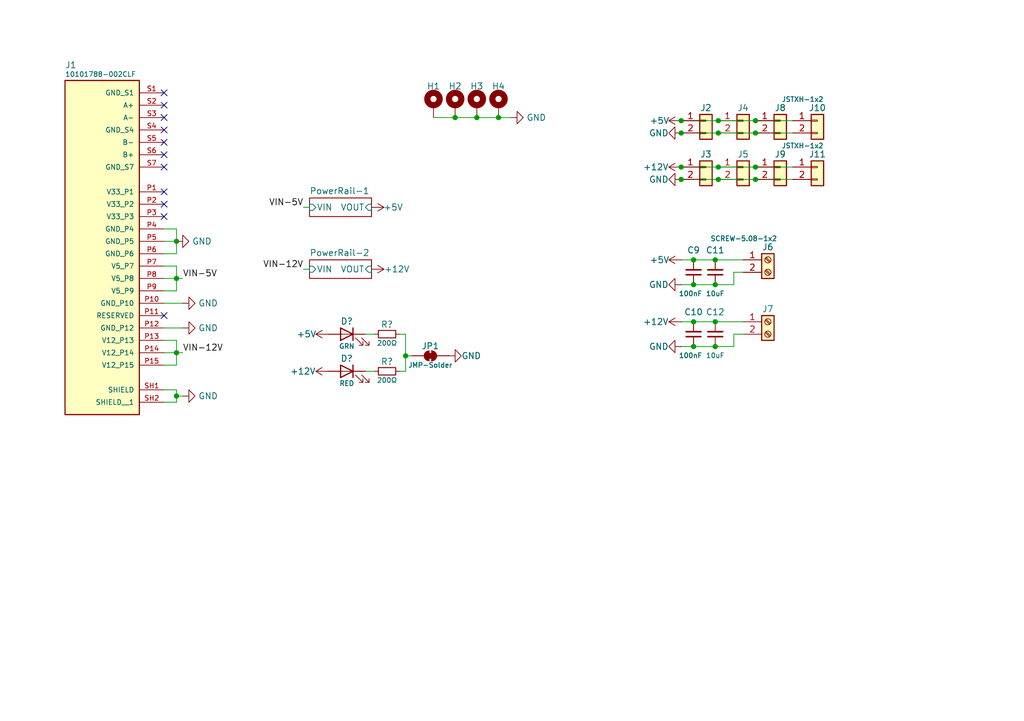
<source format=kicad_sch>
(kicad_sch (version 20250114) (generator "eeschema") (generator_version "9.0")
  (paper "A5")
  (title_block (title "SataXH 5v & 12v breakout board") (date "2025-07-20") (rev "1") (company "Pera @ https://transfur.science/f191") (comment 1 "CERN OHL v2 - S") (comment 3 "https://github.com/comradef191/SataXH"))
  (lib_symbols
    (symbol "Connector:Screw_Terminal_01x02" (pin_names (offset 1.016) (hide yes))
      (property "Reference" "J" (at 0 2.54 0))
      (property "Value" "Screw_Terminal_01x02" (at 0 -5.08 0))
      (symbol "Screw_Terminal_01x02_1_1"
        (rectangle (start -1.27 1.27) (end 1.27 -3.81) (stroke (width 0.254)) (fill (type background)))
        (polyline (pts (xy -0.5334 0.3302) (xy 0.3302 -0.508)) (stroke (width 0.1524)))
        (polyline (pts (xy -0.5334 -2.2098) (xy 0.3302 -3.048)) (stroke (width 0.1524)))
        (polyline (pts (xy -0.3556 0.508) (xy 0.508 -0.3302)) (stroke (width 0.1524)))
        (polyline (pts (xy -0.3556 -2.032) (xy 0.508 -2.8702)) (stroke (width 0.1524)))
        (circle (center 0 0) (radius 0.635) (stroke (width 0.1524)))
        (circle (center 0 -2.54) (radius 0.635) (stroke (width 0.1524)))
        (pin passive line (at -5.08 0 0) (length 3.81) (name "Pin_1") (number "1"))
        (pin passive line (at -5.08 -2.54 0) (length 3.81) (name "Pin_2") (number "2"))
      )
    )
    (symbol "Connector_Generic:Conn_01x02" (pin_names (offset 1.016) (hide yes))
      (property "Reference" "J" (at 0 2.54 0))
      (property "Value" "Conn_01x02" (at 0 -5.08 0))
      (symbol "Conn_01x02_1_1"
        (rectangle (start -1.27 1.27) (end 1.27 -3.81) (stroke (width 0.254)) (fill (type background)))
        (rectangle (start -1.27 0.127) (end 0 -0.127) (stroke (width 0.1524)))
        (rectangle (start -1.27 -2.413) (end 0 -2.667) (stroke (width 0.1524)))
        (pin passive line (at -5.08 0 0) (length 3.81) (name "Pin_1") (number "1"))
        (pin passive line (at -5.08 -2.54 0) (length 3.81) (name "Pin_2") (number "2"))
      )
    )
    (symbol "CustomSymbols:10101788-002CLF" (pin_names (offset 1.016))
      (property "Reference" "J" (at -7.62 33.782 0))
      (property "Value" "10101788-002CLF" (at -7.62 -38.1 0))
      (symbol "10101788-002CLF_0_0"
        (rectangle (start -7.62 -35.56) (end 7.62 33.02) (stroke (width 0.254)) (fill (type background)))
        (pin power_in line (at -12.7 30.48 0) (length 5.08) (name "GND_S1") (number "S1"))
        (pin bidirectional line (at -12.7 27.94 0) (length 5.08) (name "A+") (number "S2"))
        (pin bidirectional line (at -12.7 25.4 0) (length 5.08) (name "A-") (number "S3"))
        (pin power_in line (at -12.7 22.86 0) (length 5.08) (name "GND_S4") (number "S4"))
        (pin bidirectional line (at -12.7 20.32 0) (length 5.08) (name "B-") (number "S5"))
        (pin bidirectional line (at -12.7 17.78 0) (length 5.08) (name "B+") (number "S6"))
        (pin power_in line (at -12.7 15.24 0) (length 5.08) (name "GND_S7") (number "S7"))
        (pin power_in line (at -12.7 10.16 0) (length 5.08) (name "V33_P1") (number "P1"))
        (pin power_in line (at -12.7 7.62 0) (length 5.08) (name "V33_P2") (number "P2"))
        (pin power_in line (at -12.7 5.08 0) (length 5.08) (name "V33_P3") (number "P3"))
        (pin power_in line (at -12.7 2.54 0) (length 5.08) (name "GND_P4") (number "P4"))
        (pin power_in line (at -12.7 0 0) (length 5.08) (name "GND_P5") (number "P5"))
        (pin power_in line (at -12.7 -2.54 0) (length 5.08) (name "GND_P6") (number "P6"))
        (pin power_in line (at -12.7 -5.08 0) (length 5.08) (name "V5_P7") (number "P7"))
        (pin power_in line (at -12.7 -7.62 0) (length 5.08) (name "V5_P8") (number "P8"))
        (pin power_in line (at -12.7 -10.16 0) (length 5.08) (name "V5_P9") (number "P9"))
        (pin power_in line (at -12.7 -12.7 0) (length 5.08) (name "GND_P10") (number "P10"))
        (pin passive line (at -12.7 -15.24 0) (length 5.08) (name "RESERVED") (number "P11"))
        (pin power_in line (at -12.7 -17.78 0) (length 5.08) (name "GND_P12") (number "P12"))
        (pin power_in line (at -12.7 -20.32 0) (length 5.08) (name "V12_P13") (number "P13"))
        (pin power_in line (at -12.7 -22.86 0) (length 5.08) (name "V12_P14") (number "P14"))
        (pin power_in line (at -12.7 -25.4 0) (length 5.08) (name "V12_P15") (number "P15"))
        (pin passive line (at -12.7 -30.48 0) (length 5.08) (name "SHIELD") (number "SH1"))
        (pin passive line (at -12.7 -33.02 0) (length 5.08) (name "SHIELD__1") (number "SH2"))
      )
    )
    (symbol "Device:C_Small" (pin_numbers (hide yes)) (pin_names (offset 0.254) (hide yes))
      (property "Reference" "C" (at 0.254 1.778 0))
      (property "Value" "C_Small" (at 0.254 -2.032 0))
      (symbol "C_Small_0_1"
        (polyline (pts (xy -1.524 0.508) (xy 1.524 0.508)) (stroke (width 0.3048)))
        (polyline (pts (xy -1.524 -0.508) (xy 1.524 -0.508)) (stroke (width 0.3302)))
      )
      (symbol "C_Small_1_1"
        (pin passive line (at 0 2.54 270) (length 2.032) (name "~") (number "1"))
        (pin passive line (at 0 -2.54 90) (length 2.032) (name "~") (number "2"))
      )
    )
    (symbol "Device:LED" (pin_numbers (hide yes)) (pin_names (offset 1.016) (hide yes))
      (property "Reference" "D" (at 0 2.54 0))
      (property "Value" "LED" (at 0 -2.54 0))
      (symbol "LED_0_1"
        (polyline (pts (xy -3.048 -0.762) (xy -4.572 -2.286) (xy -3.81 -2.286) (xy -4.572 -2.286) (xy -4.572 -1.524)))
        (polyline (pts (xy -1.778 -0.762) (xy -3.302 -2.286) (xy -2.54 -2.286) (xy -3.302 -2.286) (xy -3.302 -1.524)))
        (polyline (pts (xy -1.27 0) (xy 1.27 0)))
        (polyline (pts (xy -1.27 -1.27) (xy -1.27 1.27)) (stroke (width 0.254)))
        (polyline (pts (xy 1.27 -1.27) (xy 1.27 1.27) (xy -1.27 0) (xy 1.27 -1.27)) (stroke (width 0.254)))
      )
      (symbol "LED_1_1"
        (pin passive line (at -3.81 0 0) (length 2.54) (name "K") (number "1"))
        (pin passive line (at 3.81 0 180) (length 2.54) (name "A") (number "2"))
      )
    )
    (symbol "Device:R_Small" (pin_numbers (hide yes)) (pin_names (offset 0.254) (hide yes))
      (property "Reference" "R" (at 0.762 0.508 0))
      (property "Value" "R_Small" (at 0.762 -1.016 0))
      (symbol "R_Small_0_1"
        (rectangle (start -0.762 1.778) (end 0.762 -1.778) (stroke (width 0.2032)))
      )
      (symbol "R_Small_1_1"
        (pin passive line (at 0 2.54 270) (length 0.762) (name "~") (number "1"))
        (pin passive line (at 0 -2.54 90) (length 0.762) (name "~") (number "2"))
      )
    )
    (symbol "Jumper:SolderJumper_2_Bridged" (pin_numbers (hide yes)) (pin_names (offset 0) (hide yes)) (in_bom no)
      (property "Reference" "JP" (at 0 2.032 0))
      (property "Value" "SolderJumper_2_Bridged" (at 0 -2.54 0))
      (symbol "SolderJumper_2_Bridged_0_1"
        (rectangle (start -0.508 0.508) (end 0.508 -0.508) (fill (type outline)))
        (polyline (pts (xy -0.254 1.016) (xy -0.254 -1.016)))
        (arc (start -0.254 -1.016) (mid -1.2656 0) (end -0.254 1.016))
        (arc (start -0.254 -1.016) (mid -1.2656 0) (end -0.254 1.016) (fill (type outline)))
        (arc (start 0.254 1.016) (mid 1.2656 0) (end 0.254 -1.016))
        (arc (start 0.254 1.016) (mid 1.2656 0) (end 0.254 -1.016) (fill (type outline)))
        (polyline (pts (xy 0.254 1.016) (xy 0.254 -1.016)))
      )
      (symbol "SolderJumper_2_Bridged_1_1"
        (pin passive line (at -3.81 0 0) (length 2.54) (name "A") (number "1"))
        (pin passive line (at 3.81 0 180) (length 2.54) (name "B") (number "2"))
      )
    )
    (symbol "Mechanical:MountingHole_Pad" (pin_numbers (hide yes)) (pin_names (offset 1.016) (hide yes)) (in_bom no)
      (property "Reference" "H" (at 0 6.35 0))
      (property "Value" "MountingHole_Pad" (at 0 4.445 0))
      (symbol "MountingHole_Pad_0_1"
        (circle (center 0 1.27) (radius 1.27) (stroke (width 1.27)))
      )
      (symbol "MountingHole_Pad_1_1"
        (pin input line (at 0 -2.54 90) (length 2.54) (name "1") (number "1"))
      )
    )
    (symbol "power:+12V" (power) (pin_numbers (hide yes)) (pin_names (offset 0) (hide yes))
      (property "Value" "+12V" (at 0 3.556 0))
      (symbol "+12V_0_1"
        (polyline (pts (xy -0.762 1.27) (xy 0 2.54)))
        (polyline (pts (xy 0 2.54) (xy 0.762 1.27)))
        (polyline (pts (xy 0 0) (xy 0 2.54)))
      )
      (symbol "+12V_1_1"
        (pin power_in line (at 0 0 90) (length 0) (name "~") (number "1"))
      )
    )
    (symbol "power:+5V" (power) (pin_numbers (hide yes)) (pin_names (offset 0) (hide yes))
      (property "Value" "+5V" (at 0 3.556 0))
      (symbol "+5V_0_1"
        (polyline (pts (xy -0.762 1.27) (xy 0 2.54)))
        (polyline (pts (xy 0 2.54) (xy 0.762 1.27)))
        (polyline (pts (xy 0 0) (xy 0 2.54)))
      )
      (symbol "+5V_1_1"
        (pin power_in line (at 0 0 90) (length 0) (name "~") (number "1"))
      )
    )
    (symbol "power:GND" (power) (pin_numbers (hide yes)) (pin_names (offset 0) (hide yes))
      (property "Value" "GND" (at 0 -3.81 0))
      (symbol "GND_0_1"
        (polyline (pts (xy 0 0) (xy 0 -1.27) (xy 1.27 -1.27) (xy 0 -2.54) (xy -1.27 -1.27) (xy 0 -1.27)))
      )
      (symbol "GND_1_1"
        (pin power_in line (at 0 0 270) (length 0) (name "~") (number "1"))
      )
    )
  )
  (junction (at 147.32 36.83))
  (junction (at 147.32 34.29))
  (junction (at 139.7 27.305))
  (junction (at 146.685 58.42))
  (junction (at 36.195 81.28))
  (junction (at 154.94 27.305))
  (junction (at 142.24 66.04))
  (junction (at 146.685 53.34))
  (junction (at 36.195 57.15))
  (junction (at 36.195 72.39))
  (junction (at 142.24 58.42))
  (junction (at 154.94 34.29))
  (junction (at 97.79 24.13))
  (junction (at 36.195 49.53))
  (junction (at 139.7 24.765))
  (junction (at 142.24 53.34))
  (junction (at 147.32 27.305))
  (junction (at 102.235 24.13))
  (junction (at 93.345 24.13))
  (junction (at 147.32 24.765))
  (junction (at 146.685 71.12))
  (junction (at 154.94 24.765))
  (junction (at 154.94 36.83))
  (junction (at 83.185 73.025))
  (junction (at 139.7 36.83))
  (junction (at 142.24 71.12))
  (junction (at 139.7 34.29))
  (junction (at 146.685 66.04))
  (no_connect (at 33.655 26.67))
  (no_connect (at 33.655 29.21))
  (no_connect (at 33.655 41.91))
  (no_connect (at 33.655 24.13))
  (no_connect (at 33.655 21.59))
  (no_connect (at 33.655 19.05))
  (no_connect (at 33.655 64.77))
  (no_connect (at 33.655 44.45))
  (no_connect (at 33.655 39.37))
  (no_connect (at 33.655 31.75))
  (no_connect (at 33.655 34.29))
  (wire (pts (xy 142.24 71.12) (xy 146.685 71.12)))
  (wire (pts (xy 83.185 68.58) (xy 81.915 68.58)))
  (wire (pts (xy 36.195 80.01) (xy 33.655 80.01)))
  (wire (pts (xy 150.495 55.88) (xy 152.4 55.88)))
  (wire (pts (xy 33.655 82.55) (xy 36.195 82.55)))
  (wire (pts (xy 37.465 57.15) (xy 36.195 57.15)))
  (wire (pts (xy 154.94 34.29) (xy 162.56 34.29)))
  (wire (pts (xy 62.23 55.245) (xy 63.5 55.245)))
  (wire (pts (xy 36.195 82.55) (xy 36.195 81.28)))
  (wire (pts (xy 81.915 76.2) (xy 83.185 76.2)))
  (wire (pts (xy 36.195 72.39) (xy 36.195 74.93)))
  (wire (pts (xy 33.655 54.61) (xy 36.195 54.61)))
  (wire (pts (xy 139.7 27.305) (xy 147.32 27.305)))
  (wire (pts (xy 36.195 49.53) (xy 36.195 46.99)))
  (wire (pts (xy 147.32 34.29) (xy 154.94 34.29)))
  (wire (pts (xy 36.195 81.28) (xy 36.195 80.01)))
  (wire (pts (xy 147.32 36.83) (xy 154.94 36.83)))
  (wire (pts (xy 36.195 52.07) (xy 33.655 52.07)))
  (wire (pts (xy 146.685 71.12) (xy 150.495 71.12)))
  (wire (pts (xy 33.655 49.53) (xy 36.195 49.53)))
  (wire (pts (xy 146.685 53.34) (xy 142.24 53.34)))
  (wire (pts (xy 150.495 71.12) (xy 150.495 68.58)))
  (wire (pts (xy 154.94 36.83) (xy 162.56 36.83)))
  (wire (pts (xy 36.195 49.53) (xy 36.195 52.07)))
  (wire (pts (xy 139.7 66.04) (xy 142.24 66.04)))
  (wire (pts (xy 146.685 66.04) (xy 152.4 66.04)))
  (wire (pts (xy 154.94 24.765) (xy 162.56 24.765)))
  (wire (pts (xy 36.195 57.15) (xy 36.195 59.69)))
  (wire (pts (xy 33.655 67.31) (xy 37.465 67.31)))
  (wire (pts (xy 62.23 42.545) (xy 63.5 42.545)))
  (wire (pts (xy 142.24 58.42) (xy 146.685 58.42)))
  (wire (pts (xy 37.465 81.28) (xy 36.195 81.28)))
  (wire (pts (xy 83.185 76.2) (xy 83.185 73.025)))
  (wire (pts (xy 33.655 62.23) (xy 37.465 62.23)))
  (wire (pts (xy 93.345 24.13) (xy 97.79 24.13)))
  (wire (pts (xy 36.195 74.93) (xy 33.655 74.93)))
  (wire (pts (xy 36.195 69.85) (xy 36.195 72.39)))
  (wire (pts (xy 102.235 24.13) (xy 104.775 24.13)))
  (wire (pts (xy 36.195 54.61) (xy 36.195 57.15)))
  (wire (pts (xy 88.9 24.13) (xy 93.345 24.13)))
  (wire (pts (xy 150.495 68.58) (xy 152.4 68.58)))
  (wire (pts (xy 33.655 69.85) (xy 36.195 69.85)))
  (wire (pts (xy 36.195 59.69) (xy 33.655 59.69)))
  (wire (pts (xy 150.495 58.42) (xy 150.495 55.88)))
  (wire (pts (xy 154.94 27.305) (xy 162.56 27.305)))
  (wire (pts (xy 83.185 73.025) (xy 84.455 73.025)))
  (wire (pts (xy 147.32 27.305) (xy 154.94 27.305)))
  (wire (pts (xy 33.655 72.39) (xy 36.195 72.39)))
  (wire (pts (xy 139.7 58.42) (xy 142.24 58.42)))
  (wire (pts (xy 147.32 24.765) (xy 154.94 24.765)))
  (wire (pts (xy 146.685 58.42) (xy 150.495 58.42)))
  (wire (pts (xy 139.7 53.34) (xy 142.24 53.34)))
  (wire (pts (xy 146.685 66.04) (xy 142.24 66.04)))
  (wire (pts (xy 74.93 68.58) (xy 76.835 68.58)))
  (wire (pts (xy 97.79 24.13) (xy 102.235 24.13)))
  (wire (pts (xy 139.7 34.29) (xy 147.32 34.29)))
  (wire (pts (xy 74.93 76.2) (xy 76.835 76.2)))
  (wire (pts (xy 33.655 57.15) (xy 36.195 57.15)))
  (wire (pts (xy 36.195 46.99) (xy 33.655 46.99)))
  (wire (pts (xy 139.7 24.765) (xy 147.32 24.765)))
  (wire (pts (xy 139.7 71.12) (xy 142.24 71.12)))
  (wire (pts (xy 37.465 72.39) (xy 36.195 72.39)))
  (wire (pts (xy 146.685 53.34) (xy 152.4 53.34)))
  (wire (pts (xy 83.185 73.025) (xy 83.185 68.58)))
  (wire (pts (xy 139.7 36.83) (xy 147.32 36.83)))
  (label "VIN-5V" (at 62.23 42.545 180))
  (label "VIN-5V" (at 37.465 57.15 0))
  (label "VIN-12V" (at 62.23 55.245 180))
  (label "VIN-12V" (at 37.465 72.39 0))
  (symbol (lib_id "power:+5V") (at 139.7 53.34 90) (mirror x) (unit 1)
    (property "Reference" "#PWR06" (effects (hide yes)))
    (property "Value" "+5V" (at 135.255 53.34 90))
  )
  (symbol (lib_id "Jumper:SolderJumper_2_Bridged") (at 88.265 73.025 0) (unit 1) (in_bom no)
    (property "Reference" "JP1" (at 88.265 71.755 0) (effects (justify bottom)))
    (property "Value" "JMP-Solder" (at 88.265 74.93 0) (effects (font (size 1 1))))
    (property "Footprint" "Jumper:SolderJumper-2_P1.3mm_Bridged_Pad1.0x1.5mm" (effects (hide yes)))
    (property "Description" "Solder Jumper, 2-pole, closed/bridged" (effects (hide yes)))
  )
  (symbol (lib_id "power:GND") (at 139.7 71.12 270) (unit 1)
    (property "Reference" "#PWR07" (effects (hide yes)))
    (property "Value" "GND" (at 137.16 71.12 90) (effects (justify right)))
    (property "Description" "Power symbol creates a global label with name \"GND\" , ground" (effects (hide yes)))
  )
  (symbol (lib_id "power:GND") (at 139.7 27.305 270) (unit 1)
    (property "Reference" "#PWR04" (effects (hide yes)))
    (property "Value" "GND" (at 137.16 27.305 90) (effects (justify right)))
    (property "Description" "Power symbol creates a global label with name \"GND\" , ground" (effects (hide yes)))
  )
  (symbol (lib_id "Mechanical:MountingHole_Pad") (at 88.9 21.59 0) (unit 1) (in_bom no)
    (property "Reference" "H1" (at 88.9 18.415 0) (effects (justify bottom)))
    (property "Value" "MountingHole_Pad" (effects (hide yes)))
    (property "Footprint" "CustomFootprints:M3 Mounting Hole ~ Classic - Pad" (effects (hide yes)))
    (property "Description" "Mounting Hole with connection" (effects (hide yes)))
  )
  (symbol (lib_id "Connector_Generic:Conn_01x02") (at 167.64 24.765 0) (unit 1)
    (property "Reference" "J10" (at 167.64 22.86 0) (effects (justify bottom)))
    (property "Value" "JSTXH-1x2" (at 168.91 20.955 0) (effects (font (size 1 1)) (justify right bottom)))
    (property "Footprint" "Connector_JST:JST_XH_B2B-XH-A_1x02_P2.50mm_Vertical" (effects (hide yes)))
    (property "Description" "Generic connector, single row, 01x02, script generated (kicad-library-utils/schlib/autogen/connector/)" (effects (hide yes)))
    (property "LCSC" "C5160911" (effects (hide yes)))
  )
  (symbol (lib_id "Device:C_Small") (at 142.24 55.88 180) (unit 1)
    (property "Reference" "C9" (at 142.24 52.07 0) (effects (justify top)))
    (property "Value" "100nF" (at 141.605 59.69 0) (effects (font (size 1 1)) (justify bottom)))
    (property "Footprint" "Capacitor_SMD:C_0402_1005Metric" (effects (hide yes)))
    (property "Description" "Unpolarized capacitor, small symbol" (effects (hide yes)))
    (property "LCSC" "C1525" (effects (hide yes)))
    (property "Type" "Basic" (effects (hide yes)))
  )
  (symbol (lib_id "Connector_Generic:Conn_01x02") (at 160.02 24.765 0) (unit 1)
    (property "Reference" "J8" (at 160.02 22.86 0) (effects (justify bottom)))
    (property "Value" "JSTXH-1x2" (effects (hide yes)))
    (property "Footprint" "Connector_JST:JST_XH_B2B-XH-A_1x02_P2.50mm_Vertical" (effects (hide yes)))
    (property "Description" "Generic connector, single row, 01x02, script generated (kicad-library-utils/schlib/autogen/connector/)" (effects (hide yes)))
    (property "LCSC" "C5160911" (effects (hide yes)))
  )
  (symbol (lib_id "power:GND") (at 139.7 58.42 270) (unit 1)
    (property "Reference" "#PWR09" (effects (hide yes)))
    (property "Value" "GND" (at 137.16 58.42 90) (effects (justify right)))
    (property "Description" "Power symbol creates a global label with name \"GND\" , ground" (effects (hide yes)))
  )
  (symbol (lib_id "Connector:Screw_Terminal_01x02") (at 157.48 53.34 0) (unit 1)
    (property "Reference" "J6" (at 157.48 51.435 0) (effects (justify bottom)))
    (property "Value" "SCREW-5.08-1x2" (at 159.385 49.53 0) (effects (font (size 1 1)) (justify right bottom)))
    (property "Footprint" "TerminalBlock_Phoenix:TerminalBlock_Phoenix_MKDS-1,5-2-5.08_1x02_P5.08mm_Horizontal" (effects (hide yes)))
    (property "Description" "Generic screw terminal, single row, 01x02, script generated (kicad-library-utils/schlib/autogen/connector/)" (effects (hide yes)))
    (property "LCSC" "C5188485" (effects (hide yes)))
  )
  (symbol (lib_id "CustomSymbols:10101788-002CLF") (at 20.955 49.53 0) (mirror y) (unit 1)
    (property "Reference" "J1" (at 13.335 13.335 0) (effects (justify right)))
    (property "Value" "10101788-002CLF" (at 13.335 15.24 0) (effects (font (size 1 1)) (justify right)))
    (property "Footprint" "CustomFootprints:AMPHENOL_10101788-002CLF" (effects (hide yes)))
    (property "LCSC" "C254657" (effects (hide yes)))
    (property "Digikey" "609-5314-1-ND" (effects (hide yes)))
  )
  (symbol (lib_id "Connector_Generic:Conn_01x02") (at 167.64 34.29 0) (unit 1)
    (property "Reference" "J11" (at 167.64 32.385 0) (effects (justify bottom)))
    (property "Value" "JSTXH-1x2" (at 168.91 30.48 0) (effects (font (size 1 1)) (justify right bottom)))
    (property "Footprint" "Connector_JST:JST_XH_B2B-XH-A_1x02_P2.50mm_Vertical" (effects (hide yes)))
    (property "Description" "Generic connector, single row, 01x02, script generated (kicad-library-utils/schlib/autogen/connector/)" (effects (hide yes)))
    (property "LCSC" "C5160911" (effects (hide yes)))
  )
  (symbol (lib_id "power:+12V") (at 67.31 76.2 90) (unit 1)
    (property "Reference" "#PWR014" (effects (hide yes)))
    (property "Value" "+12V" (at 64.77 76.2 90) (effects (justify left)))
    (property "Description" "Power symbol creates a global label with name \"+12V\"" (effects (hide yes)))
  )
  (symbol (lib_id "Device:R_Small") (at 79.375 76.2 270) (mirror x) (unit 1)
    (property "Reference" "R?" (at 79.375 74.93 90) (effects (justify top)))
    (property "Value" "200Ω" (at 79.375 77.47 90) (effects (font (size 1 1)) (justify bottom)))
    (property "Footprint" "PCM_Resistor_SMD_AKL:R_0402_1005Metric" (effects (hide yes)))
    (property "Description" "Resistor, small symbol" (effects (hide yes)))
    (property "LCSC" "C25087" (effects (hide yes)))
  )
  (symbol (lib_id "Device:LED") (at 71.12 68.58 0) (mirror y) (unit 1)
    (property "Reference" "D?" (at 71.12 66.675 0) (effects (justify bottom)))
    (property "Value" "GRN" (at 71.12 70.485 0) (effects (font (size 1 1)) (justify top)))
    (property "Footprint" "LED_SMD:LED_0805_2012Metric" (effects (hide yes)))
    (property "Description" "Light emitting diode" (effects (hide yes)))
    (property "LCSC" "C2297" (effects (hide yes)))
  )
  (symbol (lib_id "Connector_Generic:Conn_01x02") (at 144.78 34.29 0) (unit 1)
    (property "Reference" "J3" (at 144.78 32.385 0) (effects (justify bottom)))
    (property "Value" "JSTXH-1x2" (effects (hide yes)))
    (property "Footprint" "Connector_JST:JST_XH_B2B-XH-A_1x02_P2.50mm_Vertical" (effects (hide yes)))
    (property "Description" "Generic connector, single row, 01x02, script generated (kicad-library-utils/schlib/autogen/connector/)" (effects (hide yes)))
    (property "LCSC" "C5160911" (effects (hide yes)))
  )
  (symbol (lib_id "Mechanical:MountingHole_Pad") (at 102.235 21.59 0) (unit 1) (in_bom no)
    (property "Reference" "H4" (at 102.235 18.415 0) (effects (justify bottom)))
    (property "Value" "MountingHole_Pad" (effects (hide yes)))
    (property "Footprint" "CustomFootprints:M3 Mounting Hole ~ Classic - Pad" (effects (hide yes)))
    (property "Description" "Mounting Hole with connection" (effects (hide yes)))
  )
  (symbol (lib_id "power:GND") (at 92.075 73.025 90) (mirror x) (unit 1)
    (property "Reference" "#PWR012" (effects (hide yes)))
    (property "Value" "GND" (at 94.615 73.025 90) (effects (justify right)))
  )
  (symbol (lib_id "power:GND") (at 139.7 36.83 270) (unit 1)
    (property "Reference" "#PWR05" (effects (hide yes)))
    (property "Value" "GND" (at 137.16 36.83 90) (effects (justify right)))
    (property "Description" "Power symbol creates a global label with name \"GND\" , ground" (effects (hide yes)))
  )
  (symbol (lib_id "Connector_Generic:Conn_01x02") (at 152.4 24.765 0) (unit 1)
    (property "Reference" "J4" (at 152.4 22.86 0) (effects (justify bottom)))
    (property "Value" "JSTXH-1x2" (effects (hide yes)))
    (property "Footprint" "Connector_JST:JST_XH_B2B-XH-A_1x02_P2.50mm_Vertical" (effects (hide yes)))
    (property "Description" "Generic connector, single row, 01x02, script generated (kicad-library-utils/schlib/autogen/connector/)" (effects (hide yes)))
    (property "LCSC" "C5160911" (effects (hide yes)))
  )
  (symbol (lib_id "power:+12V") (at 76.2 55.245 270) (unit 1)
    (property "Reference" "#PWR0104" (effects (hide yes)))
    (property "Value" "+12V" (at 78.74 55.245 90) (effects (justify left)))
    (property "Description" "Power symbol creates a global label with name \"+12V\"" (effects (hide yes)))
  )
  (symbol (lib_id "Connector_Generic:Conn_01x02") (at 152.4 34.29 0) (unit 1)
    (property "Reference" "J5" (at 152.4 32.385 0) (effects (justify bottom)))
    (property "Value" "JSTXH-1x2" (effects (hide yes)))
    (property "Footprint" "Connector_JST:JST_XH_B2B-XH-A_1x02_P2.50mm_Vertical" (effects (hide yes)))
    (property "Description" "Generic connector, single row, 01x02, script generated (kicad-library-utils/schlib/autogen/connector/)" (effects (hide yes)))
    (property "LCSC" "C5160911" (effects (hide yes)))
  )
  (symbol (lib_id "power:GND") (at 104.775 24.13 90) (unit 1)
    (property "Reference" "#PWR01" (effects (hide yes)))
    (property "Value" "GND" (at 107.95 24.13 90) (effects (justify right)))
    (property "Description" "Power symbol creates a global label with name \"GND\" , ground" (effects (hide yes)))
  )
  (symbol (lib_id "power:GND") (at 36.195 49.53 90) (unit 1)
    (property "Reference" "#PWR0102" (effects (hide yes)))
    (property "Value" "GND" (at 39.37 49.53 90) (effects (justify right)))
    (property "Description" "Power symbol creates a global label with name \"GND\" , ground" (effects (hide yes)))
  )
  (symbol (lib_id "power:GND") (at 37.465 81.28 90) (unit 1)
    (property "Reference" "#PWR011" (effects (hide yes)))
    (property "Value" "GND" (at 40.64 81.28 90) (effects (justify right)))
    (property "Description" "Power symbol creates a global label with name \"GND\" , ground" (effects (hide yes)))
  )
  (symbol (lib_id "Connector:Screw_Terminal_01x02") (at 157.48 66.04 0) (unit 1)
    (property "Reference" "J7" (at 157.48 64.135 0) (effects (justify bottom)))
    (property "Value" "SCREW-5.08-1x2" (effects (hide yes)))
    (property "Footprint" "TerminalBlock_Phoenix:TerminalBlock_Phoenix_MKDS-1,5-2-5.08_1x02_P5.08mm_Horizontal" (effects (hide yes)))
    (property "Description" "Generic screw terminal, single row, 01x02, script generated (kicad-library-utils/schlib/autogen/connector/)" (effects (hide yes)))
    (property "LCSC" "C5188485" (effects (hide yes)))
  )
  (symbol (lib_id "Connector_Generic:Conn_01x02") (at 160.02 34.29 0) (unit 1)
    (property "Reference" "J9" (at 160.02 32.385 0) (effects (justify bottom)))
    (property "Value" "JSTXH-1x2" (effects (hide yes)))
    (property "Footprint" "Connector_JST:JST_XH_B2B-XH-A_1x02_P2.50mm_Vertical" (effects (hide yes)))
    (property "Description" "Generic connector, single row, 01x02, script generated (kicad-library-utils/schlib/autogen/connector/)" (effects (hide yes)))
    (property "LCSC" "C5160911" (effects (hide yes)))
  )
  (symbol (lib_id "Mechanical:MountingHole_Pad") (at 93.345 21.59 0) (unit 1) (in_bom no)
    (property "Reference" "H2" (at 93.345 18.415 0) (effects (justify bottom)))
    (property "Value" "MountingHole_Pad" (effects (hide yes)))
    (property "Footprint" "CustomFootprints:M3 Mounting Hole ~ Classic - Pad" (effects (hide yes)))
    (property "Description" "Mounting Hole with connection" (effects (hide yes)))
  )
  (symbol (lib_id "power:+12V") (at 139.7 34.29 90) (unit 1)
    (property "Reference" "#PWR03" (effects (hide yes)))
    (property "Value" "+12V" (at 137.16 34.29 90) (effects (justify left)))
    (property "Description" "Power symbol creates a global label with name \"+12V\"" (effects (hide yes)))
  )
  (symbol (lib_id "Connector_Generic:Conn_01x02") (at 144.78 24.765 0) (unit 1)
    (property "Reference" "J2" (at 144.78 22.86 0) (effects (justify bottom)))
    (property "Value" "JSTXH-1x2" (effects (hide yes)))
    (property "Footprint" "Connector_JST:JST_XH_B2B-XH-A_1x02_P2.50mm_Vertical" (effects (hide yes)))
    (property "Description" "Generic connector, single row, 01x02, script generated (kicad-library-utils/schlib/autogen/connector/)" (effects (hide yes)))
    (property "LCSC" "C5160911" (effects (hide yes)))
  )
  (symbol (lib_id "Mechanical:MountingHole_Pad") (at 97.79 21.59 0) (unit 1) (in_bom no)
    (property "Reference" "H3" (at 97.79 18.415 0) (effects (justify bottom)))
    (property "Value" "MountingHole_Pad" (effects (hide yes)))
    (property "Footprint" "CustomFootprints:M3 Mounting Hole ~ Classic - Pad" (effects (hide yes)))
    (property "Description" "Mounting Hole with connection" (effects (hide yes)))
  )
  (symbol (lib_id "power:+5V") (at 76.2 42.545 270) (mirror x) (unit 1)
    (property "Reference" "#PWR0105" (effects (hide yes)))
    (property "Value" "+5V" (at 80.645 42.545 90))
  )
  (symbol (lib_id "power:+12V") (at 139.7 66.04 90) (unit 1)
    (property "Reference" "#PWR08" (effects (hide yes)))
    (property "Value" "+12V" (at 137.16 66.04 90) (effects (justify left)))
    (property "Description" "Power symbol creates a global label with name \"+12V\"" (effects (hide yes)))
  )
  (symbol (lib_id "Device:C_Small") (at 146.685 68.58 180) (unit 1)
    (property "Reference" "C12" (at 146.685 64.77 0) (effects (justify top)))
    (property "Value" "10uF" (at 146.685 72.39 0) (effects (font (size 1 1)) (justify bottom)))
    (property "Footprint" "Capacitor_SMD:C_0402_1005Metric" (effects (hide yes)))
    (property "Description" "Unpolarized capacitor, small symbol" (effects (hide yes)))
    (property "LCSC" "C15525" (effects (hide yes)))
    (property "Type" "Basic" (effects (hide yes)))
  )
  (symbol (lib_id "power:GND") (at 37.465 62.23 90) (unit 1)
    (property "Reference" "#PWR0101" (effects (hide yes)))
    (property "Value" "GND" (at 40.64 62.23 90) (effects (justify right)))
    (property "Description" "Power symbol creates a global label with name \"GND\" , ground" (effects (hide yes)))
  )
  (symbol (lib_id "power:GND") (at 37.465 67.31 90) (unit 1)
    (property "Reference" "#PWR010" (effects (hide yes)))
    (property "Value" "GND" (at 40.64 67.31 90) (effects (justify right)))
    (property "Description" "Power symbol creates a global label with name \"GND\" , ground" (effects (hide yes)))
  )
  (symbol (lib_id "power:+5V") (at 139.7 24.765 90) (mirror x) (unit 1)
    (property "Reference" "#PWR02" (effects (hide yes)))
    (property "Value" "+5V" (at 135.255 24.765 90))
  )
  (symbol (lib_id "Device:LED") (at 71.12 76.2 0) (mirror y) (unit 1)
    (property "Reference" "D?" (at 71.12 74.295 0) (effects (justify bottom)))
    (property "Value" "RED" (at 71.12 78.105 0) (effects (font (size 1 1)) (justify top)))
    (property "Footprint" "LED_SMD:LED_0805_2012Metric" (effects (hide yes)))
    (property "Description" "Light emitting diode" (effects (hide yes)))
    (property "LCSC" "C84256" (effects (hide yes)))
  )
  (symbol (lib_id "Device:R_Small") (at 79.375 68.58 270) (mirror x) (unit 1)
    (property "Reference" "R?" (at 79.375 67.31 90) (effects (justify top)))
    (property "Value" "200Ω" (at 79.375 69.85 90) (effects (font (size 1 1)) (justify bottom)))
    (property "Footprint" "PCM_Resistor_SMD_AKL:R_0402_1005Metric" (effects (hide yes)))
    (property "Description" "Resistor, small symbol" (effects (hide yes)))
    (property "LCSC" "C25087" (effects (hide yes)))
  )
  (symbol (lib_id "Device:C_Small") (at 146.685 55.88 180) (unit 1)
    (property "Reference" "C11" (at 146.685 52.07 0) (effects (justify top)))
    (property "Value" "10uF" (at 146.685 59.69 0) (effects (font (size 1 1)) (justify bottom)))
    (property "Footprint" "Capacitor_SMD:C_0402_1005Metric" (effects (hide yes)))
    (property "Description" "Unpolarized capacitor, small symbol" (effects (hide yes)))
    (property "LCSC" "C15525" (effects (hide yes)))
    (property "Type" "Basic" (effects (hide yes)))
  )
  (symbol (lib_id "power:+5V") (at 67.31 68.58 90) (mirror x) (unit 1)
    (property "Reference" "#PWR015" (effects (hide yes)))
    (property "Value" "+5V" (at 62.865 68.58 90))
  )
  (symbol (lib_id "Device:C_Small") (at 142.24 68.58 180) (unit 1)
    (property "Reference" "C10" (at 142.24 64.77 0) (effects (justify top)))
    (property "Value" "100nF" (at 141.605 72.39 0) (effects (font (size 1 1)) (justify bottom)))
    (property "Footprint" "Capacitor_SMD:C_0402_1005Metric" (effects (hide yes)))
    (property "Description" "Unpolarized capacitor, small symbol" (effects (hide yes)))
    (property "LCSC" "C1525" (effects (hide yes)))
    (property "Type" "Basic" (effects (hide yes)))
  )
  (sheet (at 63.5 53.34) (size 12.7 3.81) (stroke (width 0.1524))
    (property "Sheetname" "PowerRail-2" (at 63.5 52.6284 0) (effects (justify left bottom)))
    (property "Sheetfile" "VoltageProtection.kicad_sch" (effects (hide yes)))
    (pin "VIN" input (at 63.5 55.245 180))
    (pin "VOUT" input (at 76.2 55.245 0))
  )
  (sheet (at 63.5 40.64) (size 12.7 3.81) (stroke (width 0.1524))
    (property "Sheetname" "PowerRail-1" (at 63.5 39.9284 0) (effects (justify left bottom)))
    (property "Sheetfile" "VoltageProtection.kicad_sch" (effects (hide yes)))
    (pin "VIN" input (at 63.5 42.545 180))
    (pin "VOUT" input (at 76.2 42.545 0))
  )
)
</source>
